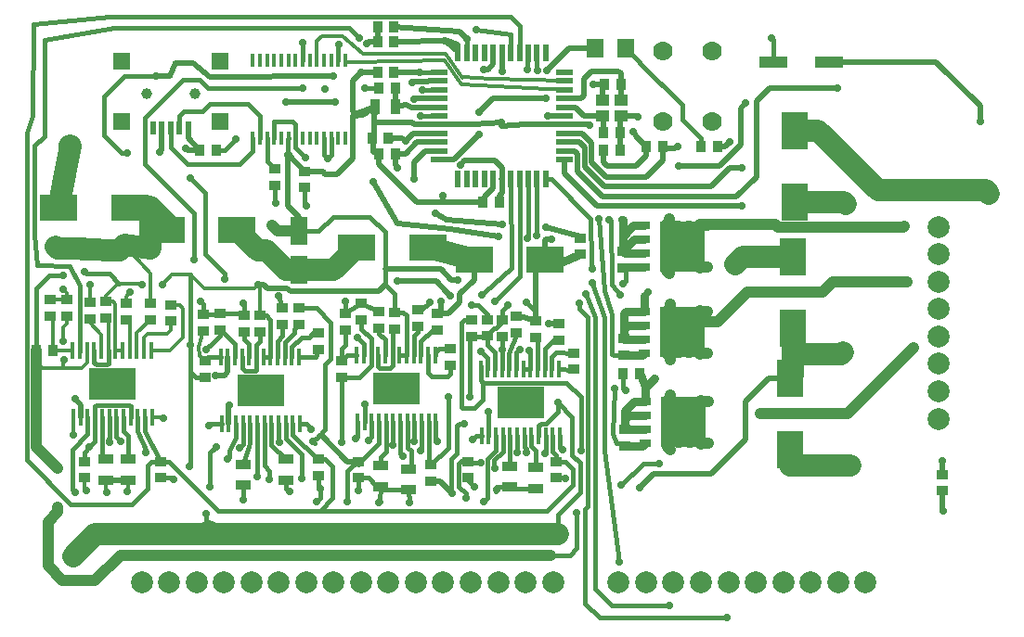
<source format=gbr>
G04 #@! TF.FileFunction,Copper,L1,Top,Signal*
%FSLAX46Y46*%
G04 Gerber Fmt 4.6, Leading zero omitted, Abs format (unit mm)*
G04 Created by KiCad (PCBNEW (2015-08-20 BZR 6109)-product) date Wed 02 Sep 2015 09:03:58 PM PDT*
%MOMM*%
G01*
G04 APERTURE LIST*
%ADD10C,0.150000*%
%ADD11R,0.899160X1.000760*%
%ADD12R,1.000760X0.899160*%
%ADD13R,0.889000X1.397000*%
%ADD14C,1.778000*%
%ADD15R,2.400300X3.500120*%
%ADD16R,3.500120X2.400300*%
%ADD17R,1.597660X1.800860*%
%ADD18R,1.200000X1.100000*%
%ADD19R,1.501140X0.551180*%
%ADD20R,0.551180X1.501140*%
%ADD21R,1.600200X2.600960*%
%ADD22C,2.000000*%
%ADD23R,1.397000X0.889000*%
%ADD24R,2.540000X0.990600*%
%ADD25R,1.600200X1.600200*%
%ADD26C,1.000760*%
%ADD27R,0.500380X1.198880*%
%ADD28R,0.475000X0.750000*%
%ADD29R,0.905000X0.495000*%
%ADD30C,0.780000*%
%ADD31R,1.000000X0.750000*%
%ADD32R,4.055000X4.560000*%
%ADD33R,0.406400X1.270000*%
%ADD34C,0.400000*%
%ADD35R,0.450000X1.650000*%
%ADD36R,4.320000X3.000000*%
%ADD37C,0.700000*%
%ADD38C,0.500000*%
%ADD39C,0.400000*%
%ADD40C,0.450000*%
%ADD41C,0.750000*%
%ADD42C,0.300000*%
%ADD43C,0.350000*%
%ADD44C,2.000000*%
%ADD45C,1.000000*%
%ADD46C,1.500000*%
G04 APERTURE END LIST*
D10*
D11*
X140851840Y-73800000D03*
X139348160Y-73800000D03*
D12*
X137200000Y-83351840D03*
X137200000Y-81848160D03*
D11*
X118856760Y-68148200D03*
X120360440Y-68148200D03*
D12*
X104400000Y-88748160D03*
X104400000Y-90251840D03*
X170300000Y-104951840D03*
X170300000Y-103448160D03*
X111600000Y-89751840D03*
X111600000Y-88248160D03*
X122400000Y-88398160D03*
X122400000Y-89901840D03*
X127000000Y-103751840D03*
X127000000Y-102248160D03*
X135300000Y-91151840D03*
X135300000Y-89648160D03*
X128750000Y-89298160D03*
X128750000Y-90801840D03*
X109400000Y-77051840D03*
X109400000Y-75548160D03*
X117250000Y-87848160D03*
X117250000Y-89351840D03*
X90450000Y-87498160D03*
X90450000Y-89001840D03*
X99900000Y-89451840D03*
X99900000Y-87948160D03*
X125400000Y-93451840D03*
X125400000Y-91948160D03*
X95800000Y-87848160D03*
X95800000Y-89351840D03*
X112100000Y-77251840D03*
X112100000Y-75748160D03*
X98000000Y-89351840D03*
X98000000Y-87848160D03*
X124200000Y-90251840D03*
X124200000Y-88748160D03*
X92000000Y-103751840D03*
X92000000Y-102248160D03*
X117000000Y-103751840D03*
X117000000Y-102248160D03*
X136650000Y-92348160D03*
X136650000Y-93851840D03*
X113400000Y-90548160D03*
X113400000Y-92051840D03*
X133200000Y-89448160D03*
X133200000Y-90951840D03*
X110100000Y-88248160D03*
X110100000Y-89751840D03*
D11*
X104051840Y-73800000D03*
X102548160Y-73800000D03*
X129834640Y-78587600D03*
X128330960Y-78587600D03*
D13*
X118529100Y-69850000D03*
X120434100Y-69850000D03*
D11*
X144751840Y-73500000D03*
X143248160Y-73500000D03*
D14*
X144750000Y-71250000D03*
X149250000Y-71250000D03*
X144750000Y-64750000D03*
X149250000Y-64750000D03*
D12*
X141100000Y-83048160D03*
X141100000Y-84551840D03*
D11*
X140851840Y-72200000D03*
X139348160Y-72200000D03*
X139448160Y-67800000D03*
X140951840Y-67800000D03*
D15*
X156400000Y-94648800D03*
X156400000Y-101151200D03*
D16*
X127548800Y-83800000D03*
X134051200Y-83800000D03*
X123351200Y-82700000D03*
X116848800Y-82700000D03*
D15*
X156800000Y-72048800D03*
X156800000Y-78551200D03*
D16*
X99448800Y-81100000D03*
X105951200Y-81100000D03*
D17*
X141419860Y-64500000D03*
X138580140Y-64500000D03*
D18*
X140950000Y-69300000D03*
X139250000Y-69300000D03*
X140950000Y-70700000D03*
X139250000Y-70700000D03*
D19*
X124354520Y-72300200D03*
X124354520Y-73100300D03*
X124354520Y-74700500D03*
X124354520Y-73900400D03*
X124354520Y-69899900D03*
X124354520Y-71500100D03*
X124354520Y-70700000D03*
X124354520Y-68299700D03*
X124354520Y-69099800D03*
X124354520Y-67499600D03*
X124354520Y-66699500D03*
X135840400Y-66699500D03*
X135840400Y-67499600D03*
X135840400Y-69099800D03*
X135840400Y-68299700D03*
X135840400Y-70700000D03*
X135840400Y-71500100D03*
X135840400Y-69899900D03*
X135840400Y-73900400D03*
X135840400Y-74700500D03*
X135840400Y-73100300D03*
X135840400Y-72300200D03*
D20*
X134100500Y-76440400D03*
X133300400Y-76440400D03*
X131700200Y-76440400D03*
X132500300Y-76440400D03*
X130100000Y-76440400D03*
X129299900Y-76440400D03*
X130900100Y-76440400D03*
X126899600Y-76440400D03*
X126099500Y-76440400D03*
X127699700Y-76440400D03*
X128499800Y-76440400D03*
X128499800Y-64959600D03*
X127699700Y-64959600D03*
X126099500Y-64959600D03*
X126899600Y-64959600D03*
X130900100Y-64959600D03*
X129299900Y-64959600D03*
X130100000Y-64959600D03*
X132500300Y-64959600D03*
X131700200Y-64959600D03*
X133300400Y-64959600D03*
X134100500Y-64959600D03*
D21*
X111600000Y-81199140D03*
X111600000Y-84800860D03*
D22*
X119750000Y-113300000D03*
X117250000Y-113300000D03*
X127250000Y-113300000D03*
X129750000Y-113300000D03*
X134750000Y-113300000D03*
X132250000Y-113300000D03*
X122250000Y-113300000D03*
X124750000Y-113300000D03*
X104750000Y-113300000D03*
X102250000Y-113300000D03*
X112250000Y-113300000D03*
X114750000Y-113300000D03*
X109750000Y-113300000D03*
X107250000Y-113300000D03*
X97250000Y-113300000D03*
X99750000Y-113300000D03*
D11*
X149751840Y-73500000D03*
X148248160Y-73500000D03*
D12*
X141200000Y-91048160D03*
X141200000Y-92551840D03*
X141300000Y-99348160D03*
X141300000Y-100851840D03*
D11*
X120360440Y-74142600D03*
X118856760Y-74142600D03*
X120251840Y-66700000D03*
X118748160Y-66700000D03*
X120251840Y-63900000D03*
X118748160Y-63900000D03*
D23*
X110400000Y-102047500D03*
X110400000Y-103952500D03*
X106550000Y-102497500D03*
X106550000Y-104402500D03*
X133200000Y-102795000D03*
X133200000Y-104700000D03*
X130800000Y-102695000D03*
X130800000Y-104600000D03*
D12*
X106600000Y-88948160D03*
X106600000Y-90451840D03*
X131400000Y-88998160D03*
X131400000Y-90501840D03*
D11*
X120251840Y-62600000D03*
X118748160Y-62600000D03*
D12*
X108000000Y-90451840D03*
X108000000Y-88948160D03*
X130100000Y-90851840D03*
X130100000Y-89348160D03*
X135000000Y-102248160D03*
X135000000Y-103751840D03*
X113400000Y-102048160D03*
X113400000Y-103551840D03*
X102900000Y-88848160D03*
X102900000Y-90351840D03*
X103000000Y-93048160D03*
X103000000Y-94551840D03*
X115800000Y-88748160D03*
X115800000Y-90251840D03*
D16*
X96151200Y-79100000D03*
X89648800Y-79100000D03*
D11*
X89151840Y-92100000D03*
X87648160Y-92100000D03*
D12*
X88900000Y-87448160D03*
X88900000Y-88951840D03*
X115500000Y-93048160D03*
X115500000Y-94551840D03*
X99000000Y-102248160D03*
X99000000Y-103751840D03*
X123600000Y-102548160D03*
X123600000Y-104051840D03*
X94000000Y-89151840D03*
X94000000Y-87648160D03*
X120300000Y-90151840D03*
X120300000Y-88648160D03*
X92500000Y-87748160D03*
X92500000Y-89251840D03*
X118900000Y-88548160D03*
X118900000Y-90051840D03*
D23*
X94000000Y-102047500D03*
X94000000Y-103952500D03*
X96000000Y-102047500D03*
X96000000Y-103952500D03*
X119000000Y-102647500D03*
X119000000Y-104552500D03*
X121600000Y-102947500D03*
X121600000Y-104852500D03*
D12*
X127350000Y-89348160D03*
X127350000Y-90851840D03*
D11*
X142651840Y-94250000D03*
X141148160Y-94250000D03*
X119751840Y-72700000D03*
X118248160Y-72700000D03*
D22*
X163250000Y-113300000D03*
X160750000Y-113300000D03*
X148250000Y-113300000D03*
X145750000Y-113300000D03*
X155750000Y-113300000D03*
X158250000Y-113300000D03*
X153250000Y-113300000D03*
X150750000Y-113300000D03*
X140750000Y-113300000D03*
X143250000Y-113300000D03*
X169940000Y-90850000D03*
X169940000Y-93350000D03*
X169940000Y-83350000D03*
X169940000Y-80850000D03*
X169940000Y-85850000D03*
X169940000Y-88350000D03*
X169940000Y-98350000D03*
X169940000Y-95850000D03*
D24*
X154860000Y-65800000D03*
X159940000Y-65800000D03*
D25*
X95449920Y-71198800D03*
X95449920Y-65699700D03*
X104350080Y-71198800D03*
D26*
X97700360Y-68699440D03*
D27*
X99099900Y-71800780D03*
X101500200Y-71800780D03*
X100700100Y-71800780D03*
X98299800Y-71800780D03*
X99887300Y-71800780D03*
D25*
X104350080Y-65699700D03*
D26*
X102099640Y-68699440D03*
D15*
X156600000Y-90051200D03*
X156600000Y-83548800D03*
D28*
X148902500Y-100585000D03*
X148902500Y-96775000D03*
D29*
X145487500Y-101207500D03*
D30*
X148220000Y-100680000D03*
X145220000Y-96680000D03*
X146220000Y-96680000D03*
X147220000Y-96680000D03*
X145220000Y-100680000D03*
X146220000Y-98680000D03*
X147220000Y-98680000D03*
X148220000Y-97680000D03*
X148220000Y-96680000D03*
X147220000Y-97680000D03*
X146220000Y-97680000D03*
X145220000Y-97680000D03*
X145220000Y-99680000D03*
X146220000Y-99680000D03*
X147220000Y-99680000D03*
X148220000Y-98680000D03*
X148220000Y-99680000D03*
X147220000Y-100680000D03*
X146220000Y-100680000D03*
D29*
X145487500Y-96152500D03*
D31*
X143145000Y-96775000D03*
X143145000Y-98045000D03*
X143145000Y-99315000D03*
X143145000Y-100585000D03*
D32*
X146637500Y-98680000D03*
D30*
X145220000Y-98680000D03*
D28*
X148862500Y-92355000D03*
X148862500Y-88545000D03*
D29*
X145447500Y-92977500D03*
D30*
X148180000Y-92450000D03*
X145180000Y-88450000D03*
X146180000Y-88450000D03*
X147180000Y-88450000D03*
X145180000Y-92450000D03*
X146180000Y-90450000D03*
X147180000Y-90450000D03*
X148180000Y-89450000D03*
X148180000Y-88450000D03*
X147180000Y-89450000D03*
X146180000Y-89450000D03*
X145180000Y-89450000D03*
X145180000Y-91450000D03*
X146180000Y-91450000D03*
X147180000Y-91450000D03*
X148180000Y-90450000D03*
X148180000Y-91450000D03*
X147180000Y-92450000D03*
X146180000Y-92450000D03*
D29*
X145447500Y-87922500D03*
D31*
X143105000Y-88545000D03*
X143105000Y-89815000D03*
X143105000Y-91085000D03*
X143105000Y-92355000D03*
D32*
X146597500Y-90450000D03*
D30*
X145180000Y-90450000D03*
D28*
X148822500Y-84505000D03*
X148822500Y-80695000D03*
D29*
X145407500Y-85127500D03*
D30*
X148140000Y-84600000D03*
X145140000Y-80600000D03*
X146140000Y-80600000D03*
X147140000Y-80600000D03*
X145140000Y-84600000D03*
X146140000Y-82600000D03*
X147140000Y-82600000D03*
X148140000Y-81600000D03*
X148140000Y-80600000D03*
X147140000Y-81600000D03*
X146140000Y-81600000D03*
X145140000Y-81600000D03*
X145140000Y-83600000D03*
X146140000Y-83600000D03*
X147140000Y-83600000D03*
X148140000Y-82600000D03*
X148140000Y-83600000D03*
X147140000Y-84600000D03*
X146140000Y-84600000D03*
D29*
X145407500Y-80072500D03*
D31*
X143065000Y-80695000D03*
X143065000Y-81965000D03*
X143065000Y-83235000D03*
X143065000Y-84505000D03*
D32*
X146557500Y-82600000D03*
D30*
X145140000Y-82600000D03*
D33*
X115825000Y-65644000D03*
X115175000Y-65644000D03*
X114525000Y-65644000D03*
X113875000Y-65644000D03*
X113225000Y-65644000D03*
X112575000Y-65644000D03*
X111925000Y-65644000D03*
X111275000Y-65644000D03*
X110625000Y-65644000D03*
X109975000Y-65644000D03*
X109325000Y-65644000D03*
X108675000Y-65644000D03*
X108025000Y-65644000D03*
X107375000Y-65644000D03*
X107375000Y-72756000D03*
X108025000Y-72756000D03*
X108675000Y-72756000D03*
X109325000Y-72756000D03*
X109975000Y-72756000D03*
X110625000Y-72756000D03*
X111275000Y-72756000D03*
X111925000Y-72756000D03*
X112575000Y-72756000D03*
X113225000Y-72756000D03*
X113875000Y-72756000D03*
X114525000Y-72756000D03*
X115175000Y-72756000D03*
X115825000Y-72756000D03*
D34*
X120100000Y-95600000D03*
X119400000Y-95600000D03*
X118700000Y-95600000D03*
X120800000Y-95600000D03*
X121500000Y-95600000D03*
X122200000Y-95600000D03*
X122200000Y-95000000D03*
X121500000Y-95000000D03*
X120800000Y-95000000D03*
X118700000Y-95000000D03*
X119400000Y-95000000D03*
X120100000Y-95000000D03*
X120100000Y-94400000D03*
X119400000Y-94400000D03*
X118700000Y-94400000D03*
X120800000Y-94400000D03*
X121500000Y-94400000D03*
X122200000Y-94400000D03*
X122200000Y-96200000D03*
X121500000Y-96200000D03*
X120800000Y-96200000D03*
X118700000Y-96200000D03*
X119400000Y-96200000D03*
X120100000Y-96200000D03*
X120100000Y-96800000D03*
X119400000Y-96800000D03*
X118700000Y-96800000D03*
X120800000Y-96800000D03*
X121500000Y-96800000D03*
D35*
X116851060Y-92550000D03*
X117498760Y-92550000D03*
X117573760Y-98650000D03*
X116926060Y-98650000D03*
X118226060Y-98650000D03*
X118873760Y-98650000D03*
X119524000Y-98650000D03*
X120175000Y-98650000D03*
X120825000Y-98650000D03*
X121474720Y-98650000D03*
X122124960Y-98650000D03*
X122775200Y-98650000D03*
X123425440Y-98650000D03*
X124075680Y-98650000D03*
X124000680Y-92550000D03*
X123350440Y-92550000D03*
X122700200Y-92550000D03*
X122049960Y-92550000D03*
X121399720Y-92550000D03*
X120749480Y-92550000D03*
X120099240Y-92550000D03*
X119449000Y-92550000D03*
X118798760Y-92550000D03*
X118151060Y-92550000D03*
D36*
X120500000Y-95600000D03*
D34*
X122200000Y-96800000D03*
X94200000Y-95200000D03*
X93500000Y-95200000D03*
X92800000Y-95200000D03*
X94900000Y-95200000D03*
X95600000Y-95200000D03*
X96300000Y-95200000D03*
X96300000Y-94600000D03*
X95600000Y-94600000D03*
X94900000Y-94600000D03*
X92800000Y-94600000D03*
X93500000Y-94600000D03*
X94200000Y-94600000D03*
X94200000Y-94000000D03*
X93500000Y-94000000D03*
X92800000Y-94000000D03*
X94900000Y-94000000D03*
X95600000Y-94000000D03*
X96300000Y-94000000D03*
X96300000Y-95800000D03*
X95600000Y-95800000D03*
X94900000Y-95800000D03*
X92800000Y-95800000D03*
X93500000Y-95800000D03*
X94200000Y-95800000D03*
X94200000Y-96400000D03*
X93500000Y-96400000D03*
X92800000Y-96400000D03*
X94900000Y-96400000D03*
X95600000Y-96400000D03*
D35*
X90951060Y-92150000D03*
X91598760Y-92150000D03*
X91673760Y-98250000D03*
X91026060Y-98250000D03*
X92326060Y-98250000D03*
X92973760Y-98250000D03*
X93624000Y-98250000D03*
X94275000Y-98250000D03*
X94925000Y-98250000D03*
X95574720Y-98250000D03*
X96224960Y-98250000D03*
X96875200Y-98250000D03*
X97525440Y-98250000D03*
X98175680Y-98250000D03*
X98100680Y-92150000D03*
X97450440Y-92150000D03*
X96800200Y-92150000D03*
X96149960Y-92150000D03*
X95499720Y-92150000D03*
X94849480Y-92150000D03*
X94199240Y-92150000D03*
X93549000Y-92150000D03*
X92898760Y-92150000D03*
X92251060Y-92150000D03*
D36*
X94600000Y-95200000D03*
D34*
X96300000Y-96400000D03*
X131400000Y-96900000D03*
X130700000Y-96900000D03*
X130000000Y-96900000D03*
X132100000Y-96900000D03*
X132800000Y-96900000D03*
X133500000Y-96900000D03*
X133500000Y-96300000D03*
X132800000Y-96300000D03*
X132100000Y-96300000D03*
X130000000Y-96300000D03*
X130700000Y-96300000D03*
X131400000Y-96300000D03*
X131400000Y-95700000D03*
X130700000Y-95700000D03*
X130000000Y-95700000D03*
X132100000Y-95700000D03*
X132800000Y-95700000D03*
X133500000Y-95700000D03*
X133500000Y-97500000D03*
X132800000Y-97500000D03*
X132100000Y-97500000D03*
X130000000Y-97500000D03*
X130700000Y-97500000D03*
X131400000Y-97500000D03*
X131400000Y-98100000D03*
X130700000Y-98100000D03*
X130000000Y-98100000D03*
X132100000Y-98100000D03*
X132800000Y-98100000D03*
D35*
X128151060Y-93850000D03*
X128798760Y-93850000D03*
X128873760Y-99950000D03*
X128226060Y-99950000D03*
X129526060Y-99950000D03*
X130173760Y-99950000D03*
X130824000Y-99950000D03*
X131475000Y-99950000D03*
X132125000Y-99950000D03*
X132774720Y-99950000D03*
X133424960Y-99950000D03*
X134075200Y-99950000D03*
X134725440Y-99950000D03*
X135375680Y-99950000D03*
X135300680Y-93850000D03*
X134650440Y-93850000D03*
X134000200Y-93850000D03*
X133349960Y-93850000D03*
X132699720Y-93850000D03*
X132049480Y-93850000D03*
X131399240Y-93850000D03*
X130749000Y-93850000D03*
X130098760Y-93850000D03*
X129451060Y-93850000D03*
D36*
X131800000Y-96900000D03*
D34*
X133500000Y-98100000D03*
X107700000Y-95800000D03*
X107000000Y-95800000D03*
X106300000Y-95800000D03*
X108400000Y-95800000D03*
X109100000Y-95800000D03*
X109800000Y-95800000D03*
X109800000Y-95200000D03*
X109100000Y-95200000D03*
X108400000Y-95200000D03*
X106300000Y-95200000D03*
X107000000Y-95200000D03*
X107700000Y-95200000D03*
X107700000Y-94600000D03*
X107000000Y-94600000D03*
X106300000Y-94600000D03*
X108400000Y-94600000D03*
X109100000Y-94600000D03*
X109800000Y-94600000D03*
X109800000Y-96400000D03*
X109100000Y-96400000D03*
X108400000Y-96400000D03*
X106300000Y-96400000D03*
X107000000Y-96400000D03*
X107700000Y-96400000D03*
X107700000Y-97000000D03*
X107000000Y-97000000D03*
X106300000Y-97000000D03*
X108400000Y-97000000D03*
X109100000Y-97000000D03*
D35*
X104451060Y-92750000D03*
X105098760Y-92750000D03*
X105173760Y-98850000D03*
X104526060Y-98850000D03*
X105826060Y-98850000D03*
X106473760Y-98850000D03*
X107124000Y-98850000D03*
X107775000Y-98850000D03*
X108425000Y-98850000D03*
X109074720Y-98850000D03*
X109724960Y-98850000D03*
X110375200Y-98850000D03*
X111025440Y-98850000D03*
X111675680Y-98850000D03*
X111600680Y-92750000D03*
X110950440Y-92750000D03*
X110300200Y-92750000D03*
X109649960Y-92750000D03*
X108999720Y-92750000D03*
X108349480Y-92750000D03*
X107699240Y-92750000D03*
X107049000Y-92750000D03*
X106398760Y-92750000D03*
X105751060Y-92750000D03*
D36*
X108100000Y-95800000D03*
D34*
X109800000Y-97000000D03*
D37*
X120599200Y-75412600D03*
X118338600Y-76733400D03*
X129794000Y-81711800D03*
X128300000Y-87050000D03*
X128850000Y-97750000D03*
X131500000Y-101400000D03*
X128400000Y-105900002D03*
X132300000Y-101400000D03*
X134000000Y-101500000D03*
X128143000Y-92176600D03*
X129450000Y-87600000D03*
X121300000Y-73000000D03*
X124028200Y-79603600D03*
X130124200Y-80568800D03*
X138303000Y-84632800D03*
X141100000Y-86000000D03*
X132300000Y-87700000D03*
X134600000Y-82000000D03*
X135600000Y-101200000D03*
X129600000Y-104800000D03*
X127600000Y-104600000D03*
X123500000Y-87700000D03*
X124200000Y-100400000D03*
X116750000Y-100150000D03*
X127450000Y-100250000D03*
X121700000Y-106050000D03*
X118900000Y-106000000D03*
X117000000Y-104950000D03*
X115800000Y-87650000D03*
X109700000Y-87100000D03*
X106500000Y-87800000D03*
X102600000Y-87600000D03*
X99200000Y-98300000D03*
X95900000Y-105000000D03*
X94100000Y-105100000D03*
X92200000Y-104900000D03*
X91000000Y-99800000D03*
X96200000Y-86800000D03*
X92500000Y-86100000D03*
X90100000Y-86500000D03*
X161467800Y-78714600D03*
X151384000Y-84251800D03*
X170357800Y-106730800D03*
X113995200Y-68224400D03*
X117576600Y-68199000D03*
X112217200Y-74523600D03*
X126288800Y-75209400D03*
X144000000Y-94700000D03*
X143450000Y-86750000D03*
X141050000Y-80150000D03*
X122707400Y-70713600D03*
X128400000Y-66450000D03*
X127350000Y-87950000D03*
X150900000Y-73050000D03*
X138400000Y-67800000D03*
X134300000Y-70700000D03*
X142500000Y-70800000D03*
X103400000Y-99000000D03*
X112700000Y-99300000D03*
X106500000Y-105750000D03*
X110700000Y-105000000D03*
X112300000Y-78900000D03*
X109500000Y-78700000D03*
X105800000Y-72800000D03*
X114200000Y-74600000D03*
X111900000Y-64000000D03*
X161900000Y-102600000D03*
X114700000Y-84800860D03*
X107851200Y-83000000D03*
X90700000Y-73400000D03*
X98900000Y-74000000D03*
X140843000Y-87045800D03*
X139900000Y-80200000D03*
X133350000Y-66550000D03*
X140360400Y-95605600D03*
X138950000Y-80100000D03*
X132399700Y-66450300D03*
X160700000Y-68150000D03*
X152000000Y-78950000D03*
X137300000Y-101300000D03*
X141376400Y-95783400D03*
X144475200Y-102412800D03*
X140970000Y-104419400D03*
X153700000Y-97900000D03*
X167600000Y-91900000D03*
X166800000Y-80800000D03*
X167082896Y-85850000D03*
X134200000Y-66550000D03*
X134100000Y-69100000D03*
X128000000Y-70400000D03*
X128000000Y-72400000D03*
X146100000Y-73500000D03*
X154700000Y-63600000D03*
X115200000Y-64200000D03*
X130100000Y-92050000D03*
X131700000Y-92000000D03*
X151950000Y-75450000D03*
X115499998Y-100499998D03*
X126100000Y-85700000D03*
X105700000Y-110800000D03*
X125900000Y-110800000D03*
X125599998Y-105200000D03*
X126700000Y-98800000D03*
X127200000Y-96400000D03*
X136900000Y-106900000D03*
X115851959Y-110800000D03*
X113200000Y-105900000D03*
X135900000Y-103800000D03*
X89600000Y-106400000D03*
X89600000Y-102900000D03*
X113500000Y-104750000D03*
X101700000Y-91600000D03*
X103100000Y-92000000D03*
X100200000Y-103900000D03*
X101600000Y-102700000D03*
X92000000Y-84900000D03*
X90100000Y-85300000D03*
X97300000Y-86100000D03*
X99100000Y-86100000D03*
X107900000Y-86100000D03*
X109100000Y-80700000D03*
X90100000Y-91300000D03*
X90200000Y-93000000D03*
X134137400Y-80822800D03*
X124714000Y-77952600D03*
X117300000Y-66700000D03*
X117750000Y-64100000D03*
X130650000Y-87950000D03*
X132550000Y-92100000D03*
X146200000Y-75250000D03*
X152350000Y-69500000D03*
X142050000Y-72150000D03*
X138100000Y-71550000D03*
X130100000Y-66600000D03*
X130050000Y-71300000D03*
X110600000Y-74300000D03*
X101300000Y-73700000D03*
X124000000Y-109200000D03*
X126700000Y-108800000D03*
X134400000Y-89700000D03*
X124500000Y-87600000D03*
X135200000Y-96900000D03*
X128154990Y-102400000D03*
X129445010Y-102900000D03*
X126700000Y-108800000D03*
X126800000Y-105600000D03*
X124000000Y-109200000D03*
X122119730Y-100400000D03*
X115858619Y-108900000D03*
X116000000Y-105900000D03*
X92450000Y-100950000D03*
X112900000Y-100450000D03*
X109800000Y-100500000D03*
X103150000Y-107000000D03*
X103500000Y-104550000D03*
X104050000Y-100900000D03*
X106150000Y-101000000D03*
X91005900Y-110894100D03*
X89400000Y-82600000D03*
X92000000Y-82800000D03*
X142697200Y-104622600D03*
X170281600Y-102209600D03*
X161200000Y-92300000D03*
X174500000Y-77800000D03*
X95905715Y-74114567D03*
X121920000Y-67640200D03*
X114706400Y-67030600D03*
X98526600Y-67056000D03*
X91217800Y-96569200D03*
X94300000Y-100500000D03*
X91200000Y-105100000D03*
X95300000Y-100400000D03*
X97600000Y-101400000D03*
X127750000Y-62850000D03*
X117050000Y-63550000D03*
X140792200Y-111455200D03*
X138303000Y-85953600D03*
X126899600Y-63699600D03*
X101700000Y-76400000D03*
X104775000Y-85596130D03*
X122072400Y-69164200D03*
X114884200Y-69392800D03*
X110413800Y-69392800D03*
X105206800Y-97129600D03*
X107800000Y-103600000D03*
X105100000Y-102000000D03*
X108900000Y-103900000D03*
X111800000Y-103800000D03*
X102000002Y-83800000D03*
X111963200Y-68173600D03*
X122885200Y-68300600D03*
X103987600Y-94386400D03*
X145338800Y-115392200D03*
X137744200Y-86995000D03*
X124866400Y-63830200D03*
X117600000Y-97050000D03*
X132410200Y-81838800D03*
X120179980Y-100800000D03*
X117900000Y-100350000D03*
X121100000Y-101799996D03*
X122700000Y-101300000D03*
X116950000Y-90950000D03*
X133248400Y-81635600D03*
X137134600Y-87782400D03*
X122599500Y-66699500D03*
X150650000Y-116550000D03*
X173700000Y-71200000D03*
X125400000Y-87100000D03*
X120600000Y-85800000D03*
X122099999Y-76499999D03*
X125222000Y-96366767D03*
D38*
X120360440Y-74142600D02*
X121310020Y-74142600D01*
X122352320Y-73100300D02*
X123103950Y-73100300D01*
X121310020Y-74142600D02*
X122352320Y-73100300D01*
X123103950Y-73100300D02*
X124354520Y-73100300D01*
X120351840Y-75165240D02*
X120360440Y-74142600D01*
X120599200Y-75412600D02*
X120351840Y-75165240D01*
X120523000Y-80518000D02*
X118338600Y-76733400D01*
X125349000Y-81026000D02*
X120523000Y-80518000D01*
X129794000Y-81711800D02*
X125349000Y-81026000D01*
D39*
X99887300Y-71800780D02*
X99887300Y-73587300D01*
X99887300Y-73587300D02*
X101400000Y-75100000D01*
X101400000Y-75100000D02*
X106200000Y-75100000D01*
X106200000Y-75100000D02*
X107375000Y-73925000D01*
X107375000Y-73925000D02*
X107375000Y-72756000D01*
X100700100Y-71800780D02*
X100700100Y-70699900D01*
X100700100Y-70699900D02*
X101100000Y-70300000D01*
X101100000Y-70300000D02*
X102800000Y-70300000D01*
X102800000Y-70300000D02*
X103500000Y-69600000D01*
X103500000Y-69600000D02*
X106900000Y-69600000D01*
X106900000Y-69600000D02*
X108025000Y-70725000D01*
X108025000Y-70725000D02*
X108025000Y-72756000D01*
D40*
X128500000Y-86800000D02*
X128300000Y-87050000D01*
X130937000Y-84607400D02*
X128500000Y-86800000D01*
X130900100Y-76440400D02*
X130937000Y-84607400D01*
X128873760Y-97773760D02*
X128873760Y-99950000D01*
X128850000Y-97750000D02*
X128873760Y-97773760D01*
X131475000Y-99950000D02*
X131475000Y-101375000D01*
X131475000Y-101375000D02*
X131500000Y-101400000D01*
X128800000Y-102000000D02*
X128800000Y-105500002D01*
X129526060Y-101273940D02*
X128800000Y-102000000D01*
X128749999Y-105550003D02*
X128400000Y-105900002D01*
X128800000Y-105500002D02*
X128749999Y-105550003D01*
X129526060Y-99950000D02*
X129526060Y-101273940D01*
X132125000Y-100925000D02*
X132300000Y-101100000D01*
X132300000Y-101100000D02*
X132300000Y-101400000D01*
X132125000Y-99950000D02*
X132125000Y-100925000D01*
X134075200Y-99950000D02*
X134075200Y-101424800D01*
X134075200Y-101424800D02*
X134000000Y-101500000D01*
D39*
X128798760Y-93850000D02*
X128798760Y-92832360D01*
X128798760Y-92832360D02*
X128143000Y-92176600D01*
D40*
X131700200Y-85349800D02*
X131700200Y-76440400D01*
X129450000Y-87600000D02*
X131700200Y-85349800D01*
D38*
X119751840Y-72700000D02*
X121000000Y-72700000D01*
X121000000Y-72700000D02*
X121300000Y-73000000D01*
X121999800Y-72300200D02*
X121300000Y-73000000D01*
X124354520Y-72300200D02*
X121999800Y-72300200D01*
D40*
X119951840Y-72900000D02*
X119751840Y-72700000D01*
D38*
X125036380Y-80155698D02*
X124028200Y-79603600D01*
X130124200Y-80568800D02*
X125036380Y-80155698D01*
D39*
X134590400Y-76440400D02*
X138174335Y-80123625D01*
X138174335Y-80123625D02*
X138265750Y-83999171D01*
X138265750Y-83999171D02*
X138303000Y-84632800D01*
X134100500Y-76440400D02*
X134590400Y-76440400D01*
X141350000Y-84801840D02*
X141100000Y-84551840D01*
X141350000Y-85750000D02*
X141350000Y-84801840D01*
X141100000Y-86000000D02*
X141350000Y-85750000D01*
D41*
X143065000Y-84505000D02*
X141146840Y-84505000D01*
X141146840Y-84505000D02*
X141100000Y-84551840D01*
D42*
X135840400Y-67499600D02*
X129100000Y-67300000D01*
X129100000Y-67300000D02*
X126468265Y-67153456D01*
X113225000Y-65644000D02*
X113225000Y-63875000D01*
X113225000Y-63875000D02*
X113700000Y-63400000D01*
X113700000Y-63400000D02*
X115600000Y-63400000D01*
X115600000Y-63400000D02*
X117400000Y-65000000D01*
X117400000Y-65000000D02*
X125000000Y-65000000D01*
X125000000Y-65000000D02*
X126500000Y-67200000D01*
X116600000Y-65800000D02*
X115981000Y-65800000D01*
X115981000Y-65800000D02*
X115825000Y-65644000D01*
X116600000Y-65800000D02*
X124898796Y-65600029D01*
X124898796Y-65600029D02*
X126400000Y-67800000D01*
X135840400Y-68299700D02*
X126400000Y-67800000D01*
D40*
X133200000Y-89448160D02*
X133200000Y-88600000D01*
X133200000Y-88600000D02*
X132300000Y-87700000D01*
D38*
X96000000Y-103952500D02*
X94000000Y-103952500D01*
X133200000Y-89448160D02*
X133200000Y-84651200D01*
X133200000Y-84651200D02*
X134051200Y-83800000D01*
X134151050Y-82000000D02*
X134600000Y-82000000D01*
X134051200Y-82099850D02*
X134151050Y-82000000D01*
X134051200Y-83800000D02*
X134051200Y-82099850D01*
D40*
X133200000Y-104700000D02*
X130900000Y-104700000D01*
X130900000Y-104700000D02*
X130800000Y-104600000D01*
X135375680Y-99950000D02*
X135375680Y-100975680D01*
X135375680Y-100975680D02*
X135600000Y-101200000D01*
X129600000Y-104651500D02*
X129600000Y-104800000D01*
X129651500Y-104600000D02*
X129600000Y-104651500D01*
X130800000Y-104600000D02*
X129651500Y-104600000D01*
X129500000Y-104900000D02*
X129600000Y-104800000D01*
X129500000Y-105000000D02*
X129500000Y-104900000D01*
X127000000Y-103751840D02*
X127000000Y-104000000D01*
X127000000Y-104000000D02*
X127600000Y-104600000D01*
X118652500Y-104552500D02*
X118652500Y-104453960D01*
X118652500Y-104453960D02*
X117950380Y-103751840D01*
X117950380Y-103751840D02*
X117000000Y-103751840D01*
X119000000Y-104552500D02*
X118652500Y-104552500D01*
X122400000Y-88398160D02*
X122801840Y-88398160D01*
X122801840Y-88398160D02*
X123500000Y-87700000D01*
X124075680Y-98650000D02*
X124075680Y-100275680D01*
X124075680Y-100275680D02*
X124200000Y-100400000D01*
X121600000Y-104852500D02*
X119300000Y-104852500D01*
X119300000Y-104852500D02*
X119000000Y-104552500D01*
X116926060Y-98650000D02*
X116926060Y-99973940D01*
X116926060Y-99973940D02*
X116750000Y-100150000D01*
X128226060Y-99950000D02*
X127750000Y-99950000D01*
X127750000Y-99950000D02*
X127450000Y-100250000D01*
X121600000Y-104852500D02*
X121700000Y-106050000D01*
X119000000Y-104552500D02*
X118950000Y-105850000D01*
X118950000Y-105850000D02*
X119050000Y-105950000D01*
X117000000Y-103751840D02*
X117000000Y-104950000D01*
X115800000Y-88748160D02*
X115800000Y-87650000D01*
X117250000Y-87848160D02*
X116000000Y-88548160D01*
X116000000Y-88548160D02*
X115800000Y-88748160D01*
X118900000Y-88548160D02*
X117250000Y-87848160D01*
X110100000Y-88248160D02*
X109700000Y-87100000D01*
X106600000Y-88948160D02*
X106600000Y-87900000D01*
X106600000Y-87900000D02*
X106500000Y-87800000D01*
X104400000Y-88748160D02*
X106400000Y-88748160D01*
X106400000Y-88748160D02*
X106600000Y-88948160D01*
X102900000Y-88848160D02*
X104300000Y-88848160D01*
X104300000Y-88848160D02*
X104400000Y-88748160D01*
X102900000Y-88848160D02*
X102900000Y-87900000D01*
X102900000Y-87900000D02*
X102600000Y-87600000D01*
D43*
X98175680Y-98250000D02*
X99150000Y-98250000D01*
X99150000Y-98250000D02*
X99200000Y-98300000D01*
X96000000Y-103952500D02*
X96000000Y-104900000D01*
X96000000Y-104900000D02*
X95900000Y-105000000D01*
X94000000Y-103952500D02*
X94000000Y-105000000D01*
X94000000Y-105000000D02*
X94100000Y-105100000D01*
X92000000Y-103751840D02*
X92000000Y-104700000D01*
X92000000Y-104700000D02*
X92200000Y-104900000D01*
X91026060Y-98250000D02*
X91026060Y-99773940D01*
X91026060Y-99773940D02*
X91000000Y-99800000D01*
X95800000Y-87848160D02*
X95800000Y-87200000D01*
X95800000Y-87200000D02*
X96200000Y-86800000D01*
X92500000Y-87748160D02*
X92500000Y-86100000D01*
X90450000Y-87498160D02*
X90450000Y-86850000D01*
X90450000Y-86850000D02*
X90100000Y-86500000D01*
X88900000Y-87448160D02*
X90400000Y-87448160D01*
X90400000Y-87448160D02*
X90450000Y-87498160D01*
D44*
X156800000Y-78551200D02*
X161304400Y-78551200D01*
X161304400Y-78551200D02*
X161467800Y-78714600D01*
X156600000Y-83548800D02*
X152087000Y-83548800D01*
X152087000Y-83548800D02*
X151384000Y-84251800D01*
D38*
X170300000Y-104951840D02*
X170300000Y-106673000D01*
X170300000Y-106673000D02*
X170357800Y-106730800D01*
D40*
X118856760Y-68148200D02*
X117627400Y-68148200D01*
X117627400Y-68148200D02*
X117576600Y-68199000D01*
X111275000Y-72756000D02*
X111275000Y-73581400D01*
X111275000Y-73581400D02*
X112217200Y-74523600D01*
D38*
X130100000Y-76440400D02*
X130100000Y-75413800D01*
X126695200Y-74803000D02*
X126288800Y-75209400D01*
X129489200Y-74803000D02*
X126695200Y-74803000D01*
X130100000Y-75413800D02*
X129489200Y-74803000D01*
X130100000Y-76440400D02*
X130100000Y-77722800D01*
X129834640Y-77988160D02*
X129834640Y-78587600D01*
X130100000Y-77722800D02*
X129834640Y-77988160D01*
X143145000Y-95445000D02*
X143255000Y-95445000D01*
D41*
X143255000Y-95445000D02*
X144000000Y-94700000D01*
X143105000Y-88545000D02*
X143105000Y-87095000D01*
D38*
X143105000Y-87095000D02*
X143450000Y-86750000D01*
D41*
X141100000Y-81850000D02*
X141100000Y-80200000D01*
D38*
X141100000Y-80200000D02*
X141050000Y-80150000D01*
D39*
X124354520Y-70700000D02*
X122900000Y-70700000D01*
X122900000Y-70700000D02*
X122707400Y-70713600D01*
D38*
X129299900Y-64959600D02*
X129299900Y-66000100D01*
X128850000Y-66450000D02*
X128400000Y-66450000D01*
X129299900Y-66000100D02*
X128850000Y-66450000D01*
D40*
X128750000Y-89298160D02*
X128750000Y-88800000D01*
X127900000Y-87950000D02*
X127350000Y-87950000D01*
X128750000Y-88800000D02*
X127900000Y-87950000D01*
D38*
X130051840Y-76488560D02*
X130100000Y-76440400D01*
X149751840Y-73500000D02*
X150450000Y-73500000D01*
X150450000Y-73500000D02*
X150900000Y-73050000D01*
X140851840Y-72200000D02*
X140851840Y-70798160D01*
X140851840Y-70798160D02*
X140950000Y-70700000D01*
X140851840Y-73800000D02*
X140851840Y-72200000D01*
X139448160Y-67800000D02*
X138400000Y-67800000D01*
X135840400Y-70700000D02*
X134300000Y-70700000D01*
X140950000Y-70700000D02*
X142400000Y-70700000D01*
X142400000Y-70700000D02*
X142500000Y-70800000D01*
X139250000Y-69300000D02*
X139250000Y-67998160D01*
X139250000Y-67998160D02*
X139448160Y-67800000D01*
D40*
X104526060Y-98850000D02*
X103550000Y-98850000D01*
X103550000Y-98850000D02*
X103400000Y-99000000D01*
X111675680Y-98850000D02*
X112250000Y-98850000D01*
X112250000Y-98850000D02*
X112700000Y-99300000D01*
X106550000Y-104402500D02*
X106500000Y-105750000D01*
X110400000Y-103952500D02*
X110400000Y-104700000D01*
X110400000Y-104700000D02*
X110700000Y-105000000D01*
D41*
X142651840Y-94250000D02*
X142750000Y-94300000D01*
X143145000Y-95445000D02*
X143145000Y-96775000D01*
X142750000Y-94300000D02*
X143145000Y-95445000D01*
X143145000Y-96775000D02*
X142125000Y-96775000D01*
X141300000Y-97600000D02*
X141300000Y-98400000D01*
X142125000Y-96775000D02*
X141300000Y-97600000D01*
X143145000Y-98045000D02*
X141655000Y-98045000D01*
X141300000Y-98400000D02*
X141300000Y-99348160D01*
X141655000Y-98045000D02*
X141300000Y-98400000D01*
X143145000Y-99315000D02*
X141333160Y-99315000D01*
X141333160Y-99315000D02*
X141300000Y-99348160D01*
X143105000Y-88545000D02*
X141355000Y-88545000D01*
X141200000Y-88700000D02*
X141200000Y-90200000D01*
X141355000Y-88545000D02*
X141200000Y-88700000D01*
X143105000Y-89815000D02*
X141585000Y-89815000D01*
X141200000Y-90200000D02*
X141200000Y-91048160D01*
X141585000Y-89815000D02*
X141200000Y-90200000D01*
X143105000Y-91085000D02*
X141236840Y-91085000D01*
X141236840Y-91085000D02*
X141200000Y-91048160D01*
X143065000Y-80695000D02*
X142105000Y-80695000D01*
X141100000Y-81700000D02*
X141100000Y-81850000D01*
X141100000Y-81850000D02*
X141100000Y-83048160D01*
X142105000Y-80695000D02*
X141100000Y-81700000D01*
X143065000Y-81965000D02*
X142183160Y-81965000D01*
X142183160Y-81965000D02*
X141100000Y-83048160D01*
X143065000Y-83235000D02*
X141286840Y-83235000D01*
X141286840Y-83235000D02*
X141100000Y-83048160D01*
X137200000Y-83351840D02*
X134703040Y-84451840D01*
D38*
X134703040Y-84451840D02*
X134051200Y-83800000D01*
D39*
X112100000Y-77251840D02*
X112100000Y-78700000D01*
X112100000Y-78700000D02*
X112300000Y-78900000D01*
X109400000Y-77051840D02*
X109400000Y-78600000D01*
X109400000Y-78600000D02*
X109500000Y-78700000D01*
X104051840Y-73800000D02*
X104800000Y-73800000D01*
X104800000Y-73800000D02*
X105800000Y-72800000D01*
X114525000Y-72756000D02*
X114525000Y-74275000D01*
X113875000Y-74275000D02*
X114200000Y-74600000D01*
X113875000Y-74275000D02*
X113875000Y-72756000D01*
X114525000Y-74275000D02*
X114200000Y-74600000D01*
X111275000Y-72756000D02*
X111277400Y-71501000D01*
X111000000Y-71187400D02*
X109325000Y-71187400D01*
X111277400Y-71501000D02*
X111000000Y-71187400D01*
X111925000Y-65644000D02*
X111925000Y-64025000D01*
X111925000Y-64025000D02*
X111900000Y-64000000D01*
X109325000Y-72756000D02*
X109325000Y-71187400D01*
D44*
X156400000Y-101151200D02*
X156400000Y-102600000D01*
X156400000Y-102600000D02*
X161900000Y-102600000D01*
X156800000Y-83348800D02*
X156600000Y-83548800D01*
X111600000Y-84800860D02*
X114700000Y-84800860D01*
X114700000Y-84800860D02*
X114747940Y-84800860D01*
X114747940Y-84800860D02*
X116848800Y-82700000D01*
X105951200Y-81100000D02*
X107851200Y-83000000D01*
X111600000Y-84800860D02*
X110400860Y-84800860D01*
X108600000Y-83000000D02*
X107851200Y-83000000D01*
X110400860Y-84800860D02*
X108600000Y-83000000D01*
X89648800Y-79100000D02*
X90748800Y-73448800D01*
X90748800Y-73448800D02*
X90700000Y-73400000D01*
D38*
X99099900Y-71800780D02*
X99099900Y-73800100D01*
X99099900Y-73800100D02*
X98900000Y-74000000D01*
X131500000Y-88898160D02*
X131400000Y-88998160D01*
X133200000Y-89448160D02*
X131500000Y-88898160D01*
D40*
X140843000Y-87045800D02*
X140081000Y-86131400D01*
X140081000Y-86131400D02*
X140000000Y-80300000D01*
X140000000Y-80300000D02*
X139900000Y-80200000D01*
X133300400Y-64959600D02*
X133300400Y-66500400D01*
X133300400Y-66500400D02*
X133350000Y-66550000D01*
D39*
X140998160Y-100550000D02*
X141300000Y-100851840D01*
X140550000Y-100550000D02*
X140998160Y-100550000D01*
X140182600Y-99771200D02*
X140550000Y-100550000D01*
X140360400Y-95605600D02*
X140182600Y-99771200D01*
D41*
X141300000Y-100851840D02*
X142878160Y-100851840D01*
X142878160Y-100851840D02*
X143145000Y-100585000D01*
D39*
X132500300Y-64959600D02*
X132400000Y-66450000D01*
X140251840Y-92551840D02*
X141200000Y-92551840D01*
X140150000Y-92450000D02*
X140251840Y-92551840D01*
X140100694Y-88850675D02*
X140150000Y-92450000D01*
X138950000Y-80100000D02*
X139446000Y-86588600D01*
X139446000Y-86588600D02*
X140100694Y-88850675D01*
X132400000Y-66450000D02*
X132399700Y-66450300D01*
D41*
X141200000Y-92551840D02*
X142908160Y-92551840D01*
X142908160Y-92551840D02*
X143105000Y-92355000D01*
D38*
X135840400Y-73900400D02*
X136700400Y-73900400D01*
X154500000Y-68150000D02*
X160700000Y-68150000D01*
X153300000Y-69350000D02*
X154500000Y-68150000D01*
X153300000Y-76250000D02*
X153300000Y-69350000D01*
X151450000Y-78100000D02*
X153300000Y-76250000D01*
X139300000Y-78100000D02*
X151450000Y-78100000D01*
X137000000Y-75800000D02*
X139300000Y-78100000D01*
X137000000Y-74200000D02*
X137000000Y-75800000D01*
X136700400Y-73900400D02*
X137000000Y-74200000D01*
X135840400Y-74700500D02*
X135840400Y-75990400D01*
X138800000Y-78950000D02*
X152000000Y-78950000D01*
X135840400Y-75990400D02*
X138800000Y-78950000D01*
D40*
X134650440Y-93850000D02*
X134650440Y-92699560D01*
X135051840Y-92298160D02*
X136650000Y-92348160D01*
X134650440Y-92699560D02*
X135051840Y-92298160D01*
X134000200Y-93850000D02*
X134000200Y-91949800D01*
X134798160Y-91151840D02*
X135300000Y-91151840D01*
X134000200Y-91949800D02*
X134798160Y-91151840D01*
X110300200Y-92750000D02*
X110300200Y-91399800D01*
X111200000Y-90500000D02*
X111200000Y-90151840D01*
X110300200Y-91399800D02*
X111200000Y-90500000D01*
X111200000Y-90151840D02*
X111600000Y-89751840D01*
X109074720Y-98850000D02*
X109074720Y-100722220D01*
X109074720Y-100722220D02*
X110400000Y-102047500D01*
X107049000Y-92750000D02*
X107049000Y-91549000D01*
X106600000Y-91100000D02*
X106600000Y-90451840D01*
X107049000Y-91549000D02*
X106600000Y-91100000D01*
X109649960Y-92750000D02*
X109649960Y-91250040D01*
X110100000Y-90800000D02*
X110100000Y-89751840D01*
X109649960Y-91250040D02*
X110100000Y-90800000D01*
X107124000Y-98850000D02*
X107100000Y-100600000D01*
X107100000Y-100600000D02*
X106474000Y-102421500D01*
X106474000Y-102421500D02*
X106550000Y-102497500D01*
X104451060Y-92750000D02*
X103298160Y-92750000D01*
X103298160Y-92750000D02*
X103000000Y-93048160D01*
D43*
X103000000Y-93048160D02*
X102500000Y-92600000D01*
X102461538Y-91792308D02*
X102900000Y-90351840D01*
X102500000Y-92600000D02*
X102461538Y-91792308D01*
X98100680Y-92150000D02*
X99850000Y-92150000D01*
X100748160Y-87948160D02*
X99900000Y-87948160D01*
X101000000Y-88300000D02*
X100748160Y-87948160D01*
X101000000Y-90900000D02*
X101000000Y-88300000D01*
X99850000Y-92150000D02*
X101000000Y-90900000D01*
X97450440Y-92150000D02*
X97450440Y-90949560D01*
X99900000Y-90300000D02*
X99900000Y-89451840D01*
X99600000Y-90600000D02*
X99900000Y-90300000D01*
X97800000Y-90600000D02*
X99600000Y-90600000D01*
X97450440Y-90949560D02*
X97800000Y-90600000D01*
D39*
X92898760Y-92150000D02*
X92898760Y-93198760D01*
X94199240Y-93300760D02*
X94199240Y-92150000D01*
X94100000Y-93400000D02*
X94199240Y-93300760D01*
X93100000Y-93400000D02*
X94100000Y-93400000D01*
X92898760Y-93198760D02*
X93100000Y-93400000D01*
D43*
X94199240Y-92150000D02*
X94199240Y-89351080D01*
X94199240Y-89351080D02*
X94000000Y-89151840D01*
D40*
X95574720Y-98250000D02*
X95574720Y-99474720D01*
X96000000Y-99900000D02*
X96000000Y-102047500D01*
X95574720Y-99474720D02*
X96000000Y-99900000D01*
D43*
X89151840Y-92100000D02*
X89151840Y-89203680D01*
X89151840Y-89203680D02*
X88900000Y-88951840D01*
X90951060Y-92150000D02*
X89201840Y-92150000D01*
X89201840Y-92150000D02*
X89151840Y-92100000D01*
D40*
X130824000Y-99950000D02*
X130824000Y-102671000D01*
X130824000Y-102671000D02*
X130800000Y-102695000D01*
D39*
X137300000Y-96380600D02*
X137300000Y-100805026D01*
X135966200Y-95046800D02*
X137300000Y-96380600D01*
X137300000Y-100805026D02*
X137300000Y-101300000D01*
X128346200Y-95046800D02*
X135966200Y-95046800D01*
D40*
X127350000Y-89348160D02*
X126651840Y-89348160D01*
X127600000Y-97400000D02*
X128346200Y-96653800D01*
X126651840Y-89348160D02*
X126400000Y-89600000D01*
X126400000Y-89600000D02*
X126400000Y-97300000D01*
X126400000Y-97300000D02*
X126500000Y-97400000D01*
X126500000Y-97400000D02*
X127600000Y-97400000D01*
X128346200Y-96653800D02*
X128346200Y-95046800D01*
D39*
X128151060Y-94851660D02*
X128346200Y-95046800D01*
X128151060Y-93850000D02*
X128151060Y-94851660D01*
X141148160Y-95555160D02*
X141148160Y-94250000D01*
X141376400Y-95783400D02*
X141148160Y-95555160D01*
X142976600Y-102412800D02*
X144475200Y-102412800D01*
X140970000Y-104419400D02*
X142976600Y-102412800D01*
D40*
X128151060Y-93551060D02*
X128151060Y-93850000D01*
X132774720Y-99950000D02*
X132774720Y-100839315D01*
X132774720Y-100839315D02*
X133200000Y-101264595D01*
X133200000Y-101264595D02*
X133200000Y-101900500D01*
X133200000Y-101900500D02*
X133200000Y-102795000D01*
X123350440Y-92550000D02*
X123350440Y-94140440D01*
X125400000Y-94259200D02*
X125400000Y-93451840D01*
X125171200Y-94488000D02*
X125400000Y-94259200D01*
X123698000Y-94488000D02*
X125171200Y-94488000D01*
X123350440Y-94140440D02*
X123698000Y-94488000D01*
X124000680Y-92550000D02*
X124000680Y-92280320D01*
X124000680Y-92280320D02*
X124332840Y-91948160D01*
X124332840Y-91948160D02*
X125400000Y-91948160D01*
X120099240Y-92550000D02*
X120099240Y-90352600D01*
X120099240Y-90352600D02*
X120300000Y-90151840D01*
X118798760Y-92550000D02*
X118798760Y-93598760D01*
X120099240Y-93500760D02*
X120099240Y-92550000D01*
X119850000Y-93750000D02*
X120099240Y-93500760D01*
X118950000Y-93750000D02*
X119850000Y-93750000D01*
X118798760Y-93598760D02*
X118950000Y-93750000D01*
X119449000Y-92550000D02*
X119449000Y-91149000D01*
X118900000Y-90600000D02*
X118900000Y-90051840D01*
X119449000Y-91149000D02*
X118900000Y-90600000D01*
X122049960Y-92550000D02*
X122049960Y-90800040D01*
X122400000Y-90450000D02*
X122400000Y-89901840D01*
X122049960Y-90800040D02*
X122400000Y-90450000D01*
X135300680Y-93850000D02*
X136601840Y-93900000D01*
X136601840Y-93900000D02*
X136650000Y-93851840D01*
X122700200Y-92550000D02*
X122700200Y-91320200D01*
X122700200Y-91320200D02*
X123768560Y-90251840D01*
X123768560Y-90251840D02*
X124200000Y-90251840D01*
X119524000Y-98650000D02*
X119524000Y-101326000D01*
X119000000Y-101850000D02*
X119000000Y-102647500D01*
X119524000Y-101326000D02*
X119000000Y-101850000D01*
X121474720Y-98650000D02*
X121474720Y-100974720D01*
X121474720Y-100974720D02*
X121800000Y-101300000D01*
X121800000Y-101300000D02*
X121800000Y-102747500D01*
X121800000Y-102747500D02*
X121600000Y-102947500D01*
X116851060Y-92550000D02*
X115998160Y-92550000D01*
X115998160Y-92550000D02*
X115500000Y-93048160D01*
X115500000Y-93048160D02*
X115500000Y-91950000D01*
X115800000Y-91650000D02*
X115800000Y-90251840D01*
X115500000Y-91950000D02*
X115800000Y-91650000D01*
D45*
X145220000Y-96680000D02*
X145220000Y-97680000D01*
X147220000Y-99680000D02*
X146220000Y-99680000D01*
X148902500Y-100585000D02*
X148315000Y-100585000D01*
X148315000Y-100585000D02*
X148220000Y-100680000D01*
X145220000Y-100680000D02*
X145220000Y-100940000D01*
X145220000Y-100940000D02*
X145487500Y-101207500D01*
X145487500Y-96152500D02*
X145487500Y-96412500D01*
X145487500Y-96412500D02*
X145220000Y-96680000D01*
X148902500Y-96775000D02*
X148315000Y-96775000D01*
X148315000Y-96775000D02*
X148220000Y-96680000D01*
X147220000Y-97680000D02*
X146220000Y-98680000D01*
X167600000Y-91900000D02*
X161600000Y-97900000D01*
X161600000Y-97900000D02*
X153700000Y-97900000D01*
D46*
X147457000Y-97917000D02*
X147220000Y-97680000D01*
D45*
X148822500Y-80695000D02*
X148235000Y-80695000D01*
X148235000Y-80695000D02*
X148140000Y-80600000D01*
X145407500Y-80072500D02*
X145407500Y-80332500D01*
X145407500Y-80332500D02*
X145140000Y-80600000D01*
X145140000Y-84600000D02*
X145140000Y-84860000D01*
X145140000Y-84860000D02*
X145407500Y-85127500D01*
X148822500Y-84505000D02*
X148235000Y-84505000D01*
X148235000Y-84505000D02*
X148140000Y-84600000D01*
X148140000Y-80600000D02*
X155029849Y-80600000D01*
X155029849Y-80600000D02*
X155301110Y-80871261D01*
X155301110Y-80871261D02*
X166728739Y-80871261D01*
X166728739Y-80871261D02*
X166800000Y-80800000D01*
X147890000Y-80850000D02*
X147140000Y-81600000D01*
X145447500Y-92977500D02*
X145447500Y-92717500D01*
X145447500Y-92717500D02*
X145180000Y-92450000D01*
X148862500Y-88545000D02*
X148275000Y-88545000D01*
X148275000Y-88545000D02*
X148180000Y-88450000D01*
X148862500Y-92355000D02*
X148275000Y-92355000D01*
X148275000Y-92355000D02*
X148180000Y-92450000D01*
X145180000Y-88450000D02*
X145180000Y-89450000D01*
X145447500Y-87922500D02*
X145447500Y-88182500D01*
X145447500Y-88182500D02*
X145180000Y-88450000D01*
X159300000Y-86800000D02*
X160250000Y-85850000D01*
X160250000Y-85850000D02*
X167082896Y-85850000D01*
X152500000Y-86800000D02*
X159300000Y-86800000D01*
X149800000Y-89500000D02*
X152500000Y-86800000D01*
X148781543Y-89500000D02*
X149800000Y-89500000D01*
X148180000Y-89450000D02*
X148731543Y-89450000D01*
X148731543Y-89450000D02*
X148781543Y-89500000D01*
D39*
X148248160Y-73500000D02*
X148248160Y-72748160D01*
X148248160Y-72748160D02*
X146550000Y-71050000D01*
X146550000Y-71050000D02*
X146550000Y-69700000D01*
X146550000Y-69700000D02*
X142700000Y-65850000D01*
X142700000Y-65850000D02*
X142700000Y-65780140D01*
X142700000Y-65780140D02*
X141419860Y-64500000D01*
D38*
X124354520Y-74700500D02*
X125699500Y-74700500D01*
X136250000Y-64500000D02*
X138580140Y-64500000D01*
X134200000Y-66550000D02*
X136250000Y-64500000D01*
X129300000Y-69100000D02*
X134100000Y-69100000D01*
X128000000Y-70400000D02*
X129300000Y-69100000D01*
X125699500Y-74700500D02*
X128000000Y-72400000D01*
X120434100Y-69850000D02*
X120361100Y-68148860D01*
X120361100Y-68148860D02*
X120360440Y-68148200D01*
X124354520Y-69899900D02*
X121900100Y-69899900D01*
X121335800Y-69697600D02*
X120434100Y-69850000D01*
X121900100Y-69899900D02*
X121335800Y-69697600D01*
X135840400Y-72300200D02*
X137450200Y-72300200D01*
X144751840Y-74798160D02*
X144751840Y-73500000D01*
X143250000Y-76300000D02*
X144751840Y-74798160D01*
X139650000Y-76300000D02*
X143250000Y-76300000D01*
X138300000Y-74950000D02*
X139650000Y-76300000D01*
X138300000Y-73150000D02*
X138300000Y-74950000D01*
X137450200Y-72300200D02*
X138300000Y-73150000D01*
X144951840Y-73700000D02*
X144751840Y-73500000D01*
X145900000Y-73700000D02*
X144951840Y-73700000D01*
X146100000Y-73500000D02*
X145900000Y-73700000D01*
D39*
X115175000Y-65644000D02*
X115175000Y-64225000D01*
X154860000Y-63760000D02*
X154860000Y-65800000D01*
X154700000Y-63600000D02*
X154860000Y-63760000D01*
X115175000Y-64225000D02*
X115200000Y-64200000D01*
D40*
X131399240Y-93850000D02*
X131399240Y-92300760D01*
X130100000Y-92050000D02*
X130098760Y-92050000D01*
X131399240Y-92300760D02*
X131700000Y-92000000D01*
X130098760Y-93850000D02*
X130098760Y-92050000D01*
X130098760Y-92050000D02*
X130098760Y-90853080D01*
X130098760Y-90853080D02*
X130100000Y-90851840D01*
D39*
X108675000Y-72756000D02*
X108675000Y-74823160D01*
X108675000Y-74823160D02*
X109400000Y-75548160D01*
D38*
X140951840Y-67800000D02*
X140951840Y-66851840D01*
X137300200Y-69099800D02*
X135840400Y-69099800D01*
X137600000Y-68800000D02*
X137300200Y-69099800D01*
X137600000Y-67300000D02*
X137600000Y-68800000D01*
X138300000Y-66600000D02*
X137600000Y-67300000D01*
X140700000Y-66600000D02*
X138300000Y-66600000D01*
X140951840Y-66851840D02*
X140700000Y-66600000D01*
X140950000Y-69300000D02*
X140950000Y-67801840D01*
X140950000Y-67801840D02*
X140951840Y-67800000D01*
X139348160Y-72200000D02*
X139348160Y-70798160D01*
X139348160Y-70798160D02*
X139250000Y-70700000D01*
X135840400Y-69899900D02*
X136799900Y-69899900D01*
X137600000Y-70700000D02*
X139250000Y-70700000D01*
X136799900Y-69899900D02*
X137600000Y-70700000D01*
D40*
X130749000Y-93850000D02*
X130749000Y-92401000D01*
X131350000Y-90950000D02*
X131400000Y-90501840D01*
X130749000Y-92401000D02*
X131350000Y-90950000D01*
X133349960Y-93850000D02*
X133349960Y-91101800D01*
X133349960Y-91101800D02*
X133200000Y-90951840D01*
D43*
X93549000Y-92150000D02*
X93549000Y-90649000D01*
X93549000Y-90649000D02*
X92500000Y-89600000D01*
X92500000Y-89600000D02*
X92500000Y-89251840D01*
X96149960Y-92150000D02*
X96149960Y-89701800D01*
X96149960Y-89701800D02*
X95800000Y-89351840D01*
X96800200Y-92150000D02*
X96800200Y-90551640D01*
X96800200Y-90551640D02*
X98000000Y-89351840D01*
D40*
X93624000Y-98250000D02*
X93624000Y-101671500D01*
X93624000Y-101671500D02*
X94000000Y-102047500D01*
X111600680Y-92750000D02*
X113101840Y-92750000D01*
X113101840Y-92750000D02*
X113400000Y-92051840D01*
X110950440Y-92750000D02*
X110950440Y-91749560D01*
X112851840Y-90548160D02*
X113400000Y-90548160D01*
X112500000Y-90900000D02*
X112851840Y-90548160D01*
X111800000Y-90900000D02*
X112500000Y-90900000D01*
X110950440Y-91749560D02*
X111800000Y-90900000D01*
X107699240Y-92750000D02*
X107699240Y-91600760D01*
X108000000Y-91300000D02*
X108000000Y-90451840D01*
X107699240Y-91600760D02*
X108000000Y-91300000D01*
X106398760Y-92750000D02*
X106398760Y-93698760D01*
X107699240Y-93900760D02*
X107699240Y-92750000D01*
X107600000Y-94000000D02*
X107699240Y-93900760D01*
X106700000Y-94000000D02*
X107600000Y-94000000D01*
X106398760Y-93698760D02*
X106700000Y-94000000D01*
D38*
X135840400Y-73100300D02*
X137150300Y-73100300D01*
X150900000Y-75450000D02*
X151950000Y-75450000D01*
X149200000Y-77150000D02*
X150900000Y-75450000D01*
X139450000Y-77150000D02*
X149200000Y-77150000D01*
X137650000Y-75350000D02*
X139450000Y-77150000D01*
X137650000Y-73600000D02*
X137650000Y-75350000D01*
X137150300Y-73100300D02*
X137650000Y-73600000D01*
D40*
X115500000Y-100499996D02*
X115499998Y-100499998D01*
X115500000Y-94551840D02*
X115500000Y-100499996D01*
D38*
X124515802Y-84715802D02*
X125500000Y-85700000D01*
X125500000Y-85700000D02*
X126100000Y-85700000D01*
D40*
X119450000Y-84715802D02*
X119450000Y-86100000D01*
X119450000Y-81300000D02*
X119450000Y-84715802D01*
D38*
X119450000Y-84715802D02*
X124515802Y-84715802D01*
X107900000Y-86100000D02*
X108394974Y-86100000D01*
X108394974Y-86100000D02*
X108716315Y-86421341D01*
X108716315Y-86421341D02*
X110521341Y-86421341D01*
X110521341Y-86421341D02*
X110800000Y-86700000D01*
X110800000Y-86700000D02*
X118850000Y-86700000D01*
X118850000Y-86700000D02*
X119450000Y-86100000D01*
D40*
X121399720Y-92550000D02*
X120749480Y-92550000D01*
X127200000Y-96400000D02*
X127200000Y-91001840D01*
X127200000Y-91001840D02*
X127350000Y-90851840D01*
X125500000Y-102000000D02*
X125500000Y-105100002D01*
X125500000Y-105100002D02*
X125599998Y-105200000D01*
X126000000Y-99005026D02*
X126000000Y-101500000D01*
X126000000Y-101500000D02*
X125500000Y-102000000D01*
X126700000Y-98800000D02*
X126205026Y-98800000D01*
X126205026Y-98800000D02*
X126000000Y-99005026D01*
D45*
X87648160Y-100948160D02*
X89600000Y-102900000D01*
X87648160Y-92100000D02*
X87648160Y-100948160D01*
D38*
X123600000Y-104051840D02*
X124451838Y-104051840D01*
X124451838Y-104051840D02*
X125599998Y-105200000D01*
D45*
X111600000Y-81199140D02*
X109599140Y-81199140D01*
X109599140Y-81199140D02*
X109100000Y-80700000D01*
D40*
X136900000Y-107394974D02*
X136900000Y-106900000D01*
X136300000Y-110800000D02*
X136900000Y-110200000D01*
X134573602Y-110800000D02*
X136300000Y-110800000D01*
X136900000Y-110200000D02*
X136900000Y-107394974D01*
D45*
X95300000Y-110800000D02*
X115851959Y-110800000D01*
X115851959Y-110800000D02*
X121200000Y-110800000D01*
D40*
X113500000Y-104750000D02*
X113500000Y-105600000D01*
X113500000Y-105600000D02*
X113200000Y-105900000D01*
D43*
X107900000Y-86100000D02*
X107550001Y-86449999D01*
X107550001Y-86449999D02*
X102949999Y-86449999D01*
X102949999Y-86449999D02*
X101700000Y-85200000D01*
D40*
X135000000Y-103751840D02*
X135851840Y-103751840D01*
X135851840Y-103751840D02*
X135900000Y-103800000D01*
X119450000Y-86100000D02*
X120300000Y-86950000D01*
X128750000Y-90801840D02*
X128750000Y-90666878D01*
X128750000Y-90666878D02*
X129344137Y-90072741D01*
X129344137Y-90072741D02*
X129510381Y-90072741D01*
X129510381Y-90072741D02*
X130100000Y-89483122D01*
X130100000Y-89483122D02*
X130100000Y-89348160D01*
X123600000Y-104051840D02*
X123650800Y-104051840D01*
D45*
X121200000Y-110800000D02*
X134573602Y-110800000D01*
X93000000Y-113100000D02*
X95300000Y-110800000D01*
X90000000Y-113100000D02*
X93000000Y-113100000D01*
X88700000Y-111800000D02*
X90000000Y-113100000D01*
X88700000Y-107794974D02*
X88700000Y-111800000D01*
X89600000Y-106400000D02*
X89600000Y-106894974D01*
X89600000Y-106894974D02*
X88700000Y-107794974D01*
D43*
X87648160Y-92735620D02*
X87648160Y-92100000D01*
X87648160Y-93148160D02*
X87648160Y-92735620D01*
D40*
X121399720Y-92550000D02*
X121399720Y-88949720D01*
X121098160Y-88648160D02*
X120300000Y-88648160D01*
X121399720Y-88949720D02*
X121098160Y-88648160D01*
X118151060Y-92550000D02*
X118151060Y-93498940D01*
X117098160Y-94551840D02*
X115500000Y-94551840D01*
X118151060Y-93498940D02*
X117098160Y-94551840D01*
X118151060Y-92550000D02*
X118151060Y-91051060D01*
X117250000Y-90150000D02*
X117250000Y-89351840D01*
X118151060Y-91051060D02*
X117250000Y-90150000D01*
X111600000Y-81199140D02*
X113400860Y-81199140D01*
X113400860Y-81199140D02*
X114700000Y-79900000D01*
X114700000Y-79900000D02*
X118050000Y-79900000D01*
X118050000Y-79900000D02*
X119450000Y-81300000D01*
X120300000Y-86950000D02*
X120300000Y-88648160D01*
X113400000Y-103551840D02*
X113400000Y-104650000D01*
X113400000Y-104650000D02*
X113500000Y-104750000D01*
X108999720Y-92750000D02*
X108999720Y-89299720D01*
X108648160Y-88948160D02*
X108000000Y-88948160D01*
X108999720Y-89299720D02*
X108648160Y-88948160D01*
X108349480Y-92750000D02*
X108999720Y-92750000D01*
X104400000Y-90251840D02*
X104400000Y-90800000D01*
X103500000Y-91700000D02*
X104400000Y-90800000D01*
X103400000Y-91700000D02*
X103500000Y-91700000D01*
X103100000Y-92000000D02*
X103400000Y-91700000D01*
X103000000Y-94551840D02*
X102151840Y-94551840D01*
X102151840Y-94551840D02*
X101700000Y-94100000D01*
X105751060Y-92750000D02*
X105751060Y-91551060D01*
X105751060Y-91551060D02*
X104451840Y-90251840D01*
X104451840Y-90251840D02*
X104400000Y-90251840D01*
X101700000Y-85200000D02*
X101700000Y-91600000D01*
X101700000Y-91600000D02*
X101700000Y-94100000D01*
X101700000Y-94100000D02*
X101700000Y-102600000D01*
X100051840Y-103751840D02*
X99000000Y-103751840D01*
X100200000Y-103900000D02*
X100051840Y-103751840D01*
X101700000Y-102600000D02*
X101600000Y-102700000D01*
D39*
X87648160Y-92100000D02*
X87648160Y-86451840D01*
X94300000Y-85100000D02*
X95200000Y-86000000D01*
X92200000Y-85100000D02*
X94300000Y-85100000D01*
X92000000Y-84900000D02*
X92200000Y-85100000D01*
X88800000Y-85300000D02*
X90100000Y-85300000D01*
X87648160Y-86451840D02*
X88800000Y-85300000D01*
D43*
X94849480Y-92150000D02*
X94849480Y-87849480D01*
X94648160Y-87648160D02*
X94000000Y-87648160D01*
X94849480Y-87849480D02*
X94648160Y-87648160D01*
X95499720Y-92150000D02*
X94849480Y-92150000D01*
X97200000Y-86000000D02*
X95200000Y-86000000D01*
X97300000Y-86100000D02*
X97200000Y-86000000D01*
X100000000Y-85200000D02*
X99100000Y-86100000D01*
X101700000Y-85200000D02*
X100000000Y-85200000D01*
X95200000Y-86000000D02*
X95100000Y-86000000D01*
X94000000Y-87100000D02*
X94000000Y-87648160D01*
X95100000Y-86000000D02*
X94000000Y-87100000D01*
X108000000Y-86200000D02*
X108000000Y-88948160D01*
X107900000Y-86100000D02*
X108000000Y-86200000D01*
X90100000Y-93700000D02*
X90100000Y-93100000D01*
X90450000Y-89650000D02*
X90450000Y-89001840D01*
X90100000Y-90000000D02*
X90450000Y-89650000D01*
X90100000Y-91300000D02*
X90100000Y-90000000D01*
X90100000Y-93100000D02*
X90200000Y-93000000D01*
X92251060Y-92150000D02*
X92251060Y-93248940D01*
X88200000Y-93700000D02*
X87648160Y-93148160D01*
X91800000Y-93700000D02*
X90100000Y-93700000D01*
X90100000Y-93700000D02*
X88200000Y-93700000D01*
X92251060Y-93248940D02*
X91800000Y-93700000D01*
D38*
X137200000Y-81848160D02*
X137200000Y-81701000D01*
X137200000Y-81701000D02*
X134137400Y-80822800D01*
X124714000Y-77952600D02*
X124739833Y-77978433D01*
X124739833Y-77978433D02*
X124739833Y-78594984D01*
X124354520Y-71500100D02*
X122122300Y-71500100D01*
X118488312Y-71272400D02*
X118488312Y-71272406D01*
X121894600Y-71272400D02*
X118488312Y-71272400D01*
X122122300Y-71500100D02*
X121894600Y-71272400D01*
X118748160Y-63900000D02*
X118748160Y-62600000D01*
X118748160Y-66700000D02*
X117300000Y-66700000D01*
X117950000Y-63900000D02*
X118748160Y-63900000D01*
X117750000Y-64100000D02*
X117950000Y-63900000D01*
X118529100Y-69850000D02*
X116750000Y-70500000D01*
X116500000Y-67500000D02*
X117300000Y-66700000D01*
X116500000Y-70250000D02*
X116500000Y-67500000D01*
X116750000Y-70500000D02*
X116500000Y-70250000D01*
X118856760Y-74142600D02*
X118848160Y-75148160D01*
X122300000Y-78600000D02*
X124739833Y-78594984D01*
X124739833Y-78594984D02*
X128330960Y-78587600D01*
X118848160Y-75148160D02*
X122300000Y-78600000D01*
D40*
X127350000Y-90851840D02*
X128700000Y-90851840D01*
X128700000Y-90851840D02*
X128750000Y-90801840D01*
X132699720Y-93850000D02*
X132699720Y-92249720D01*
X130150000Y-89298160D02*
X130100000Y-89348160D01*
X130150000Y-88450000D02*
X130150000Y-89298160D01*
X130650000Y-87950000D02*
X130150000Y-88450000D01*
X132699720Y-92249720D02*
X132550000Y-92100000D01*
X132049480Y-93850000D02*
X132699720Y-93850000D01*
X129451060Y-93850000D02*
X129451060Y-92301060D01*
X128750000Y-91600000D02*
X128750000Y-90801840D01*
X129451060Y-92301060D02*
X128750000Y-91600000D01*
D38*
X129299900Y-76440400D02*
X129299900Y-77300100D01*
X129299900Y-77300100D02*
X128548160Y-78051840D01*
X128548160Y-78051840D02*
X128330960Y-78587600D01*
X149950000Y-75250000D02*
X146200000Y-75250000D01*
X151850000Y-73350000D02*
X149950000Y-75250000D01*
X151850000Y-70000000D02*
X151850000Y-73350000D01*
X152350000Y-69500000D02*
X151850000Y-70000000D01*
X135840400Y-71500100D02*
X138050100Y-71500100D01*
X142350000Y-72601840D02*
X143248160Y-73500000D01*
X142350000Y-72450000D02*
X142350000Y-72601840D01*
X142050000Y-72150000D02*
X142350000Y-72450000D01*
X138050100Y-71500100D02*
X138100000Y-71550000D01*
X130050000Y-71300000D02*
X130050000Y-71650000D01*
X130050000Y-71650000D02*
X132250100Y-71500100D01*
X132250100Y-71500100D02*
X135840400Y-71500100D01*
X130100000Y-64959600D02*
X130100000Y-66600000D01*
X127599900Y-71500100D02*
X124354520Y-71500100D01*
X130050000Y-71300000D02*
X127599900Y-71500100D01*
X118400000Y-72700000D02*
X118400000Y-74046200D01*
X118529100Y-69850000D02*
X118488312Y-71272406D01*
X118488312Y-71272406D02*
X118456100Y-72395740D01*
X118456100Y-73899340D02*
X118856760Y-74300000D01*
X139348160Y-73800000D02*
X139348160Y-74948160D01*
X139348160Y-74948160D02*
X139700000Y-75300000D01*
X139700000Y-75300000D02*
X142300000Y-75300000D01*
X142300000Y-75300000D02*
X143248160Y-74351840D01*
X143248160Y-74351840D02*
X143248160Y-73500000D01*
X112100000Y-75748160D02*
X113748160Y-75748160D01*
X113748160Y-75748160D02*
X114000000Y-76000000D01*
X114000000Y-76000000D02*
X115100000Y-76000000D01*
X115100000Y-76000000D02*
X116500000Y-74600000D01*
X116500000Y-74600000D02*
X116536025Y-70698486D01*
X116536025Y-70698486D02*
X117400901Y-70608678D01*
X117400901Y-70608678D02*
X118529100Y-69850000D01*
X111600000Y-81199140D02*
X111600000Y-79900000D01*
X110600000Y-78900000D02*
X110600000Y-74300000D01*
X111600000Y-79900000D02*
X110600000Y-78900000D01*
X110600000Y-74300000D02*
X110651840Y-74300000D01*
X110651840Y-74300000D02*
X112100000Y-75748160D01*
X102548160Y-73800000D02*
X101400000Y-73800000D01*
X101400000Y-73800000D02*
X101300000Y-73700000D01*
X110600000Y-74300000D02*
X110700000Y-74200000D01*
X110700000Y-74200000D02*
X110600000Y-74300000D01*
D39*
X110600000Y-74300000D02*
X110600000Y-72781000D01*
X110600000Y-72781000D02*
X110625000Y-72756000D01*
D38*
X101500200Y-71800780D02*
X101500200Y-72752040D01*
X101500200Y-72752040D02*
X102548160Y-73800000D01*
D40*
X135200000Y-108456641D02*
X135200000Y-108900000D01*
D38*
X135200000Y-108456641D02*
X134856641Y-108800000D01*
D40*
X135200000Y-107100000D02*
X135200000Y-108456641D01*
D38*
X134856641Y-108800000D02*
X126700000Y-108800000D01*
X115858619Y-108900000D02*
X123700000Y-108900000D01*
X123700000Y-108900000D02*
X124000000Y-109200000D01*
X126700000Y-108800000D02*
X124400000Y-108800000D01*
X124400000Y-108800000D02*
X124000000Y-109200000D01*
D40*
X114000000Y-99350000D02*
X113427262Y-99922738D01*
X113427262Y-99922738D02*
X112900000Y-100450000D01*
D38*
X117000000Y-102248160D02*
X115999620Y-102248160D01*
X115999620Y-102248160D02*
X113674198Y-99922738D01*
X113674198Y-99922738D02*
X113427262Y-99922738D01*
X134894974Y-89700000D02*
X134400000Y-89700000D01*
X135248160Y-89700000D02*
X134894974Y-89700000D01*
X135300000Y-89648160D02*
X135248160Y-89700000D01*
D44*
X135200000Y-108900000D02*
X93000000Y-108900000D01*
X93000000Y-108900000D02*
X91005900Y-110894100D01*
D38*
X124500000Y-87600000D02*
X124500000Y-88448160D01*
X124500000Y-88448160D02*
X124200000Y-88748160D01*
X126200000Y-87000000D02*
X127548800Y-85651200D01*
X127548800Y-85651200D02*
X127548800Y-83800000D01*
X126200000Y-87748540D02*
X126200000Y-87000000D01*
X124200000Y-88748160D02*
X125200380Y-88748160D01*
X125200380Y-88748160D02*
X126200000Y-87748540D01*
D40*
X135200000Y-96900000D02*
X136500000Y-98200000D01*
X137200000Y-105100000D02*
X135200000Y-107100000D01*
X136500000Y-98200000D02*
X136500000Y-101700000D01*
X136500000Y-101700000D02*
X137200000Y-102400000D01*
X137200000Y-102400000D02*
X137200000Y-105100000D01*
D44*
X92000000Y-82800000D02*
X89600000Y-82800000D01*
X89600000Y-82800000D02*
X89400000Y-82600000D01*
D40*
X133424960Y-99950000D02*
X133424960Y-99019238D01*
X133424960Y-99019238D02*
X133644198Y-98800000D01*
X133644198Y-98800000D02*
X134100000Y-98800000D01*
X134100000Y-98800000D02*
X135200000Y-97700000D01*
X135200000Y-97700000D02*
X135200000Y-96900000D01*
X128154990Y-102400000D02*
X127151840Y-102400000D01*
X127151840Y-102400000D02*
X127000000Y-102248160D01*
X129400000Y-102135404D02*
X129400000Y-102854990D01*
X129400000Y-102854990D02*
X129445010Y-102900000D01*
X130173760Y-99950000D02*
X130173760Y-101361644D01*
X130173760Y-101361644D02*
X129400000Y-102135404D01*
X126174619Y-104574619D02*
X126800000Y-105200000D01*
X126800000Y-105200000D02*
X126800000Y-105600000D01*
X126400000Y-102200000D02*
X126174619Y-102425381D01*
X126174619Y-102425381D02*
X126174619Y-104574619D01*
X126901040Y-102200000D02*
X126400000Y-102200000D01*
X127000000Y-102248160D02*
X126949200Y-102248160D01*
X126949200Y-102248160D02*
X126901040Y-102200000D01*
X118873760Y-100576240D02*
X118873760Y-98650000D01*
X122124960Y-98650000D02*
X122124960Y-100394770D01*
X122124960Y-100394770D02*
X122119730Y-100400000D01*
X116600000Y-102500000D02*
X116000000Y-103100000D01*
X116000000Y-103100000D02*
X116000000Y-105900000D01*
X116697360Y-102500000D02*
X116600000Y-102500000D01*
X117000000Y-102248160D02*
X116949200Y-102248160D01*
X116949200Y-102248160D02*
X116697360Y-102500000D01*
X113044049Y-100594049D02*
X112900000Y-100450000D01*
X117000000Y-102248160D02*
X117000000Y-102000000D01*
X118873760Y-100576240D02*
X117000000Y-102450000D01*
X117000000Y-102450000D02*
X117000000Y-102498160D01*
X111600000Y-88248160D02*
X113198160Y-88248160D01*
X114000000Y-93400000D02*
X114000000Y-99350000D01*
X114500000Y-92900000D02*
X114000000Y-93400000D01*
X114500000Y-89550000D02*
X114500000Y-92900000D01*
X113198160Y-88248160D02*
X114500000Y-89550000D01*
X109724960Y-98850000D02*
X109724960Y-100424960D01*
X109724960Y-100424960D02*
X109800000Y-100500000D01*
X106473760Y-98850000D02*
X106473760Y-100676240D01*
X103100000Y-107050000D02*
X103100000Y-108900000D01*
X103150000Y-107000000D02*
X103100000Y-107050000D01*
X103500000Y-101450000D02*
X103500000Y-104550000D01*
X104050000Y-100900000D02*
X103500000Y-101450000D01*
X106473760Y-100676240D02*
X106150000Y-101000000D01*
D44*
X103100000Y-108900000D02*
X103400000Y-108600000D01*
D40*
X96224960Y-98250000D02*
X96224960Y-97224960D01*
X92973760Y-97226240D02*
X92973760Y-98250000D01*
X93100000Y-97100000D02*
X92973760Y-97226240D01*
X96100000Y-97100000D02*
X93100000Y-97100000D01*
X96224960Y-97224960D02*
X96100000Y-97100000D01*
X92000000Y-102248160D02*
X92000000Y-101400000D01*
X92000000Y-101400000D02*
X92450000Y-100950000D01*
X92450000Y-100950000D02*
X92973760Y-100426240D01*
X92973760Y-100426240D02*
X92973760Y-98250000D01*
D43*
X98000000Y-87848160D02*
X98000000Y-85100000D01*
X98000000Y-85100000D02*
X95700000Y-82500000D01*
D44*
X92000000Y-82800000D02*
X92000000Y-82880400D01*
X91888000Y-82880400D02*
X92000000Y-82880400D01*
X98057100Y-82816300D02*
X95700000Y-82500000D01*
X95700000Y-82500000D02*
X95206300Y-82993700D01*
X95206300Y-82993700D02*
X91888000Y-82880400D01*
X98057100Y-79057100D02*
X98057100Y-82816300D01*
D38*
X154423600Y-94648800D02*
X156400000Y-94648800D01*
X152298400Y-96774000D02*
X154423600Y-94648800D01*
X152298400Y-100279200D02*
X152298400Y-96774000D01*
X149174200Y-103403400D02*
X152298400Y-100279200D01*
X143916400Y-103403400D02*
X149174200Y-103403400D01*
X142697200Y-104622600D02*
X143916400Y-103403400D01*
X170300000Y-102228000D02*
X170300000Y-103448160D01*
X170281600Y-102209600D02*
X170300000Y-102228000D01*
D44*
X161000000Y-92500000D02*
X156600000Y-92500000D01*
X161200000Y-92300000D02*
X161000000Y-92500000D01*
X156600000Y-90051200D02*
X156600000Y-92500000D01*
X156600000Y-92500000D02*
X156600000Y-94448800D01*
X156600000Y-94448800D02*
X156400000Y-94648800D01*
X158948800Y-72048800D02*
X156800000Y-72048800D01*
X164400000Y-77500000D02*
X158948800Y-72048800D01*
X174200000Y-77500000D02*
X164400000Y-77500000D01*
X174500000Y-77800000D02*
X174200000Y-77500000D01*
X123351200Y-82700000D02*
X127548800Y-83800000D01*
X99448800Y-81100000D02*
X99448800Y-80448800D01*
X99448800Y-80448800D02*
X98057100Y-79057100D01*
X98057100Y-79057100D02*
X98000000Y-79000000D01*
X98000000Y-79000000D02*
X96151200Y-79100000D01*
D40*
X93800000Y-68900000D02*
X95644000Y-67056000D01*
X95644000Y-67056000D02*
X98526600Y-67056000D01*
X93800000Y-72503826D02*
X93800000Y-68900000D01*
X95905715Y-74114567D02*
X95410741Y-74114567D01*
X95410741Y-74114567D02*
X93800000Y-72503826D01*
D38*
X91673760Y-98250000D02*
X91673760Y-97100000D01*
X91673760Y-97100000D02*
X91273760Y-96625160D01*
X123406800Y-67499600D02*
X124354520Y-67499600D01*
X123342400Y-67564000D02*
X123406800Y-67499600D01*
X121996200Y-67564000D02*
X123342400Y-67564000D01*
X121920000Y-67640200D02*
X121996200Y-67564000D01*
X98552000Y-67030600D02*
X99822000Y-67030600D01*
X99822000Y-67030600D02*
X100330000Y-65836800D01*
X100330000Y-65836800D02*
X101930200Y-65836800D01*
X101930200Y-65836800D02*
X103479600Y-67157600D01*
X103479600Y-67157600D02*
X114706400Y-67030600D01*
X98526600Y-67056000D02*
X98552000Y-67030600D01*
X91273760Y-96625160D02*
X91217800Y-96569200D01*
D40*
X94275000Y-98250000D02*
X94275000Y-100100000D01*
X94275000Y-100100000D02*
X94175000Y-100375000D01*
X94175000Y-100375000D02*
X94300000Y-100500000D01*
X92326060Y-98250000D02*
X92326060Y-99773940D01*
X90900000Y-104800000D02*
X91200000Y-105100000D01*
X90900000Y-101200000D02*
X90900000Y-104800000D01*
X92326060Y-99773940D02*
X90900000Y-101200000D01*
X94925000Y-98250000D02*
X94925000Y-100025000D01*
X94925000Y-100025000D02*
X95300000Y-100400000D01*
X96875200Y-98250000D02*
X96875200Y-99500000D01*
X96875200Y-99500000D02*
X97675200Y-101324800D01*
X97675200Y-101324800D02*
X97600000Y-101400000D01*
D39*
X87500000Y-81500000D02*
X87500000Y-73450000D01*
X87500000Y-73450000D02*
X88350000Y-72600000D01*
X130900000Y-63250000D02*
X130900100Y-64959600D01*
X130900000Y-63250000D02*
X127750100Y-62850100D01*
X127750100Y-62850100D02*
X127750000Y-62850000D01*
X117050000Y-63550000D02*
X116150000Y-62650000D01*
X116150000Y-62650000D02*
X94700000Y-62650000D01*
X94700000Y-62650000D02*
X88350000Y-63750000D01*
X88350000Y-63750000D02*
X88350000Y-72600000D01*
X87500000Y-81500000D02*
X87686284Y-84294248D01*
X87686284Y-84294248D02*
X90700000Y-84400000D01*
X90700000Y-84400000D02*
X91565711Y-86199425D01*
X91600000Y-92200000D02*
X91565711Y-86199425D01*
X138303000Y-85953600D02*
X138353000Y-86003600D01*
X138353000Y-86003600D02*
X139403484Y-89049908D01*
X139403484Y-89049908D02*
X139446000Y-101252000D01*
X139446000Y-101252000D02*
X140792200Y-111455200D01*
X126899600Y-64959600D02*
X126899600Y-63699600D01*
D38*
X126200000Y-63000000D02*
X120251840Y-62600000D01*
X126899600Y-63699600D02*
X126200000Y-63000000D01*
D40*
X103000000Y-83326156D02*
X103000000Y-77700000D01*
X103000000Y-77700000D02*
X101700000Y-76400000D01*
X104775000Y-85596130D02*
X104775000Y-85101156D01*
X104775000Y-85101156D02*
X103000000Y-83326156D01*
D38*
X105173760Y-98850000D02*
X105173760Y-97162640D01*
X122136800Y-69099800D02*
X124354520Y-69099800D01*
X122072400Y-69164200D02*
X122136800Y-69099800D01*
X110413800Y-69392800D02*
X114884200Y-69392800D01*
X105173760Y-97162640D02*
X105206800Y-97129600D01*
D40*
X107775000Y-98850000D02*
X107775000Y-103575000D01*
X107775000Y-103575000D02*
X107800000Y-103600000D01*
X105196417Y-101299912D02*
X105196417Y-101903583D01*
X105809144Y-100079929D02*
X105196417Y-101299912D01*
X105826060Y-98850000D02*
X105809144Y-100079929D01*
X105196417Y-101903583D02*
X105100000Y-102000000D01*
X108425000Y-98850000D02*
X108425000Y-102625000D01*
X108900000Y-103100000D02*
X108900000Y-103900000D01*
X108425000Y-102625000D02*
X108900000Y-103100000D01*
X110375200Y-98850000D02*
X110375200Y-100175200D01*
X111800000Y-101600000D02*
X111800000Y-103800000D01*
X110375200Y-100175200D02*
X111800000Y-101600000D01*
X102000002Y-79600002D02*
X102000002Y-83305026D01*
X97500000Y-70900000D02*
X97500000Y-75100000D01*
X102000002Y-83305026D02*
X102000002Y-83800000D01*
X100963000Y-67437000D02*
X97500000Y-70900000D01*
X103251000Y-68122800D02*
X102565200Y-67437000D01*
X97500000Y-75100000D02*
X102000002Y-79600002D01*
X111963200Y-68122800D02*
X103251000Y-68122800D01*
X102565200Y-67437000D02*
X100963000Y-67437000D01*
X124354520Y-68299700D02*
X122886100Y-68299700D01*
X111963200Y-68173600D02*
X111963200Y-68122800D01*
X122886100Y-68299700D02*
X122885200Y-68300600D01*
D38*
X105098760Y-94113440D02*
X104825800Y-94386400D01*
X104825800Y-94386400D02*
X103987600Y-94386400D01*
X105098760Y-92750000D02*
X105098760Y-94113440D01*
D40*
X111963200Y-68122800D02*
X112014000Y-68122800D01*
D39*
X138600000Y-113885800D02*
X138600000Y-89050000D01*
X140157200Y-115443000D02*
X138600000Y-113885800D01*
X145288000Y-115443000D02*
X140157200Y-115443000D01*
X145338800Y-115392200D02*
X145288000Y-115443000D01*
X126099500Y-64959600D02*
X126099500Y-64849500D01*
X126099500Y-64849500D02*
X124866400Y-63830200D01*
X137744200Y-86995000D02*
X138600000Y-89050000D01*
D38*
X126099500Y-64959600D02*
X126099500Y-64199500D01*
X125139588Y-63854388D02*
X120251840Y-63900000D01*
X126099500Y-64199500D02*
X125139588Y-63854388D01*
D40*
X132500300Y-76440400D02*
X132510500Y-81738500D01*
X117573760Y-97076240D02*
X117573760Y-98650000D01*
X117600000Y-97050000D02*
X117573760Y-97076240D01*
X132510500Y-81738500D02*
X132410200Y-81838800D01*
X120175000Y-98650000D02*
X120175000Y-100795020D01*
X120175000Y-100795020D02*
X120179980Y-100800000D01*
X118226060Y-98650000D02*
X118226060Y-100023940D01*
X118226060Y-100023940D02*
X117900000Y-100350000D01*
X120825000Y-101524996D02*
X121100000Y-101799996D01*
X120825000Y-98650000D02*
X120825000Y-101524996D01*
X122775200Y-98650000D02*
X122775200Y-101224800D01*
X122775200Y-101224800D02*
X122700000Y-101300000D01*
X116948760Y-90951240D02*
X117498760Y-91550000D01*
X117498760Y-91550000D02*
X117498760Y-92550000D01*
X116950000Y-90950000D02*
X116948760Y-90951240D01*
X133300400Y-76440400D02*
X133298800Y-81585200D01*
X133298800Y-81585200D02*
X133248400Y-81635600D01*
D39*
X137134600Y-87782400D02*
X137134600Y-88277374D01*
X137134600Y-88277374D02*
X137920001Y-89062775D01*
X137700000Y-106600000D02*
X137700000Y-115250000D01*
X137920001Y-89062775D02*
X137920001Y-106379999D01*
X137920001Y-106379999D02*
X137700000Y-106600000D01*
X137700000Y-115250000D02*
X139000000Y-116550000D01*
X139000000Y-116550000D02*
X150155026Y-116550000D01*
X150155026Y-116550000D02*
X150650000Y-116550000D01*
X124354520Y-66699500D02*
X122599500Y-66699500D01*
D38*
X121800000Y-66700000D02*
X120251840Y-66700000D01*
X122599500Y-66699500D02*
X121800000Y-66700000D01*
X159940000Y-65800000D02*
X169700000Y-65800000D01*
X173700000Y-69800000D02*
X173700000Y-71200000D01*
X169700000Y-65800000D02*
X173700000Y-69800000D01*
D39*
X134232396Y-106750000D02*
X136600000Y-104382396D01*
X136600000Y-104382396D02*
X136600000Y-102947780D01*
X136600000Y-102947780D02*
X135900380Y-102248160D01*
X113500000Y-106750000D02*
X134232396Y-106750000D01*
X135900380Y-102248160D02*
X135000000Y-102248160D01*
X86799999Y-72300293D02*
X86799999Y-72195438D01*
X131700200Y-62450200D02*
X131700200Y-64959600D01*
X87345620Y-62350571D02*
X87295164Y-70700273D01*
X94300000Y-61650000D02*
X87345620Y-62350571D01*
X130900000Y-61650000D02*
X94300000Y-61650000D01*
X131700200Y-62450200D02*
X130900000Y-61650000D01*
X86799999Y-72195438D02*
X87295164Y-70700273D01*
X135000000Y-102248160D02*
X135000000Y-101650000D01*
X134725440Y-101375440D02*
X134725440Y-99950000D01*
X135000000Y-101650000D02*
X134725440Y-101375440D01*
X99000000Y-102248160D02*
X99748160Y-102248160D01*
X113998160Y-102048160D02*
X113400000Y-102048160D01*
X114650000Y-102700000D02*
X113998160Y-102048160D01*
X114650000Y-105600000D02*
X114650000Y-102700000D01*
X113500000Y-106750000D02*
X114650000Y-105600000D01*
X104250000Y-106750000D02*
X113500000Y-106750000D01*
X99748160Y-102248160D02*
X104250000Y-106750000D01*
X98151840Y-102248160D02*
X99000000Y-102248160D01*
X97800000Y-102600000D02*
X98151840Y-102248160D01*
X97800000Y-104700000D02*
X97800000Y-102600000D01*
X96350000Y-106150000D02*
X97800000Y-104700000D01*
X90750000Y-106150000D02*
X96350000Y-106150000D01*
X86750000Y-102150000D02*
X90750000Y-106150000D01*
X86750000Y-86950000D02*
X86750000Y-102150000D01*
X86800000Y-72300000D02*
X86799999Y-72300293D01*
X86799999Y-72300293D02*
X86750000Y-86950000D01*
X97525440Y-98250000D02*
X97525440Y-99500000D01*
X97525440Y-99500000D02*
X99000000Y-102248160D01*
D40*
X111025440Y-98850000D02*
X111025440Y-99825440D01*
X111025440Y-99825440D02*
X113248160Y-102048160D01*
X113248160Y-102048160D02*
X113400000Y-102048160D01*
D38*
X125050001Y-86750001D02*
X125400000Y-87100000D01*
X124100000Y-85800000D02*
X125050001Y-86750001D01*
X120600000Y-85800000D02*
X124100000Y-85800000D01*
X122099999Y-76005025D02*
X122099999Y-76499999D01*
X124354520Y-73900400D02*
X123103950Y-73900400D01*
X122099999Y-74904351D02*
X122099999Y-76005025D01*
X123103950Y-73900400D02*
X122099999Y-74904351D01*
D40*
X123600000Y-102548160D02*
X123650800Y-102548160D01*
X123650800Y-102548160D02*
X125222000Y-100976960D01*
X125222000Y-100976960D02*
X125222000Y-96366767D01*
D39*
X123425440Y-98650000D02*
X123425440Y-100736400D01*
X123425440Y-100736400D02*
X123425440Y-102373600D01*
X123425440Y-102373600D02*
X123600000Y-102548160D01*
M02*

</source>
